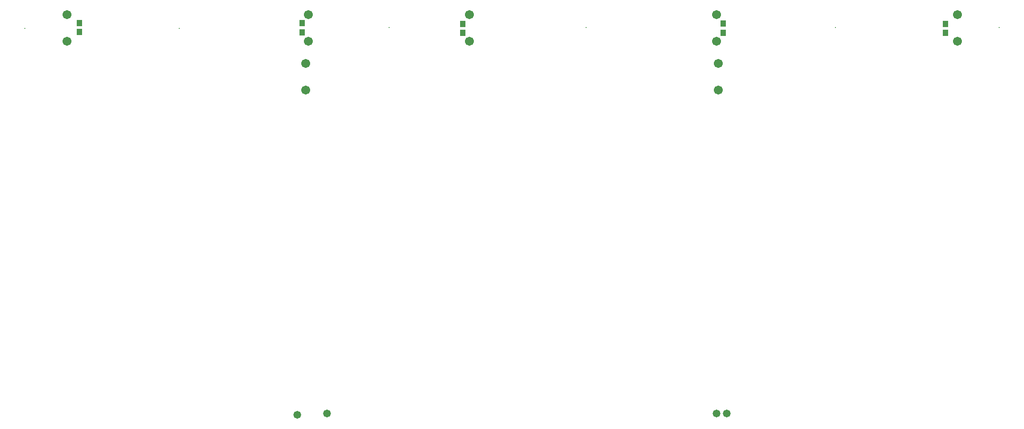
<source format=gts>
G04*
G04 #@! TF.GenerationSoftware,Altium Limited,Altium Designer,20.1.11 (218)*
G04*
G04 Layer_Color=8388736*
%FSLAX25Y25*%
%MOIN*%
G70*
G04*
G04 #@! TF.SameCoordinates,67DEA893-D948-4B9D-9317-8289C47B3BC5*
G04*
G04*
G04 #@! TF.FilePolarity,Negative*
G04*
G01*
G75*
%ADD13R,0.04300X0.04600*%
%ADD14R,0.00800X0.00800*%
%ADD15C,0.06706*%
%ADD16C,0.05800*%
D13*
X-157563Y-17000D02*
D03*
Y-10100D02*
D03*
X-325000Y-10000D02*
D03*
Y-16900D02*
D03*
X-37000Y-17500D02*
D03*
Y-10600D02*
D03*
X325500Y-17500D02*
D03*
Y-10600D02*
D03*
X158563Y-10500D02*
D03*
Y-17400D02*
D03*
D14*
X-92500Y-13500D02*
D03*
X55500D02*
D03*
X243000D02*
D03*
X-250000Y-14000D02*
D03*
X366000Y-13500D02*
D03*
X-366000Y-14000D02*
D03*
D15*
X-32000Y-23779D02*
D03*
Y-3779D02*
D03*
X-153063Y-23779D02*
D03*
Y-3779D02*
D03*
X334500Y-23779D02*
D03*
Y-3779D02*
D03*
X153563D02*
D03*
Y-23779D02*
D03*
X155000Y-40500D02*
D03*
Y-60500D02*
D03*
X-155000D02*
D03*
Y-40500D02*
D03*
X-334500Y-3779D02*
D03*
Y-23779D02*
D03*
D16*
X-139000Y-303500D02*
D03*
X-161417Y-304500D02*
D03*
X153500Y-303500D02*
D03*
X161417D02*
D03*
M02*

</source>
